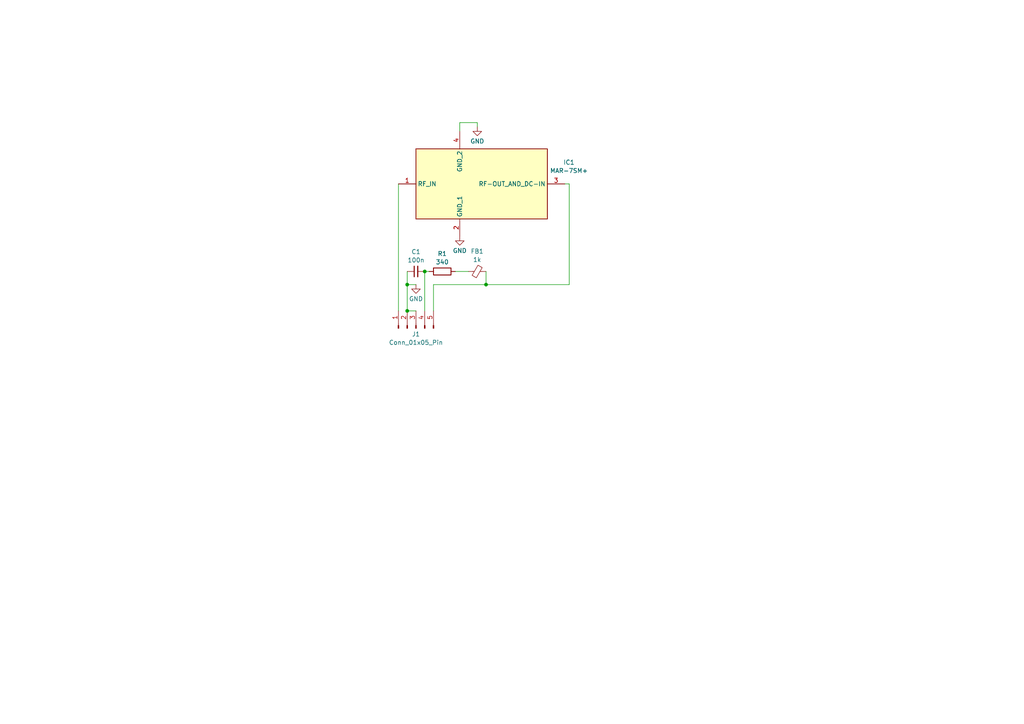
<source format=kicad_sch>
(kicad_sch (version 20250114) (generator "eeschema") (generator_version "9.0")
  (paper "A4")
  (lib_symbols
    (symbol "Connector:Conn_01x05_Pin" (pin_names (offset 1.016) (hide yes))
      (property "Reference" "J" (at 0 7.62 0))
      (property "Value" "Conn_01x05_Pin" (at 0 -7.62 0))
      (symbol "Conn_01x05_Pin_1_1"
        (rectangle (start 0.8636 5.207) (end 0 4.953) (stroke (width 0.1524)) (fill (type outline)))
        (rectangle (start 0.8636 2.667) (end 0 2.413) (stroke (width 0.1524)) (fill (type outline)))
        (rectangle (start 0.8636 0.127) (end 0 -0.127) (stroke (width 0.1524)) (fill (type outline)))
        (rectangle (start 0.8636 -2.413) (end 0 -2.667) (stroke (width 0.1524)) (fill (type outline)))
        (rectangle (start 0.8636 -4.953) (end 0 -5.207) (stroke (width 0.1524)) (fill (type outline)))
        (polyline (pts (xy 1.27 5.08) (xy 0.8636 5.08)) (stroke (width 0.1524)))
        (polyline (pts (xy 1.27 2.54) (xy 0.8636 2.54)) (stroke (width 0.1524)))
        (polyline (pts (xy 1.27 0) (xy 0.8636 0)) (stroke (width 0.1524)))
        (polyline (pts (xy 1.27 -2.54) (xy 0.8636 -2.54)) (stroke (width 0.1524)))
        (polyline (pts (xy 1.27 -5.08) (xy 0.8636 -5.08)) (stroke (width 0.1524)))
        (pin passive line (at 5.08 5.08 180) (length 3.81) (name "Pin_1") (number "1"))
        (pin passive line (at 5.08 2.54 180) (length 3.81) (name "Pin_2") (number "2"))
        (pin passive line (at 5.08 0 180) (length 3.81) (name "Pin_3") (number "3"))
        (pin passive line (at 5.08 -2.54 180) (length 3.81) (name "Pin_4") (number "4"))
        (pin passive line (at 5.08 -5.08 180) (length 3.81) (name "Pin_5") (number "5"))
      )
    )
    (symbol "Device:C_Small" (pin_numbers (hide yes)) (pin_names (offset 0.254) (hide yes))
      (property "Reference" "C" (at 0.254 1.778 0))
      (property "Value" "C_Small" (at 0.254 -2.032 0))
      (symbol "C_Small_0_1"
        (polyline (pts (xy -1.524 0.508) (xy 1.524 0.508)) (stroke (width 0.3048)))
        (polyline (pts (xy -1.524 -0.508) (xy 1.524 -0.508)) (stroke (width 0.3302)))
      )
      (symbol "C_Small_1_1"
        (pin passive line (at 0 2.54 270) (length 2.032) (name "~") (number "1"))
        (pin passive line (at 0 -2.54 90) (length 2.032) (name "~") (number "2"))
      )
    )
    (symbol "Device:FerriteBead_Small" (pin_numbers (hide yes)) (pin_names (offset 0))
      (property "Reference" "FB" (at 1.905 1.27 0))
      (property "Value" "FerriteBead_Small" (at 1.905 -1.27 0))
      (symbol "FerriteBead_Small_0_1"
        (polyline (pts (xy -1.8288 0.2794) (xy -1.1176 1.4986) (xy 1.8288 -0.2032) (xy 1.1176 -1.4224) (xy -1.8288 0.2794)))
        (polyline (pts (xy 0 0.889) (xy 0 1.2954)))
        (polyline (pts (xy 0 -1.27) (xy 0 -0.7874)))
      )
      (symbol "FerriteBead_Small_1_1"
        (pin passive line (at 0 2.54 270) (length 1.27) (name "~") (number "1"))
        (pin passive line (at 0 -2.54 90) (length 1.27) (name "~") (number "2"))
      )
    )
    (symbol "Device:R" (pin_numbers (hide yes)) (pin_names (offset 0))
      (property "Reference" "R" (at 2.032 0 90))
      (property "Value" "R" (at 0 0 90))
      (symbol "R_0_1"
        (rectangle (start -1.016 -2.54) (end 1.016 2.54) (stroke (width 0.254)))
      )
      (symbol "R_1_1"
        (pin passive line (at 0 3.81 270) (length 1.27) (name "~") (number "1"))
        (pin passive line (at 0 -3.81 90) (length 1.27) (name "~") (number "2"))
      )
    )
    (symbol "MAR-7SM+:MAR-7SM+"
      (property "Reference" "IC" (at 26.67 30.48 0))
      (property "Value" "MAR-7SM+" (at 26.67 27.94 0))
      (symbol "MAR-7SM+_1_1"
        (rectangle (start 5.08 25.4) (end 25.4 -12.7) (stroke (width 0.254)) (fill (type background)))
        (pin passive line (at 0 0 0) (length 5.08) (name "GND_2") (number "4"))
        (pin passive line (at 15.24 30.48 270) (length 5.08) (name "RF-OUT_AND_DC-IN") (number "3"))
        (pin passive line (at 15.24 -17.78 90) (length 5.08) (name "RF_IN") (number "1"))
        (pin passive line (at 30.48 0 180) (length 5.08) (name "GND_1") (number "2"))
      )
    )
    (symbol "power:GND" (power) (pin_numbers (hide yes)) (pin_names (offset 0) (hide yes))
      (property "Value" "GND" (at 0 -3.81 0))
      (symbol "GND_0_1"
        (polyline (pts (xy 0 0) (xy 0 -1.27) (xy 1.27 -1.27) (xy 0 -2.54) (xy -1.27 -1.27) (xy 0 -1.27)))
      )
      (symbol "GND_1_1"
        (pin power_in line (at 0 0 270) (length 0) (name "~") (number "1"))
      )
    )
  )
  (junction (at 140.97 82.55))
  (junction (at 123.19 78.74))
  (junction (at 118.11 82.55))
  (junction (at 118.11 90.17))
  (wire (pts (xy 165.1 53.34) (xy 165.1 82.55)))
  (wire (pts (xy 123.19 78.74) (xy 124.46 78.74)))
  (wire (pts (xy 123.19 78.74) (xy 123.19 90.17)))
  (wire (pts (xy 138.43 35.56) (xy 138.43 36.83)))
  (wire (pts (xy 118.11 82.55) (xy 120.65 82.55)))
  (wire (pts (xy 165.1 82.55) (xy 140.97 82.55)))
  (wire (pts (xy 163.83 53.34) (xy 165.1 53.34)))
  (wire (pts (xy 132.08 78.74) (xy 135.89 78.74)))
  (wire (pts (xy 133.35 38.1) (xy 133.35 35.56)))
  (wire (pts (xy 118.11 90.17) (xy 118.11 82.55)))
  (wire (pts (xy 133.35 35.56) (xy 138.43 35.56)))
  (wire (pts (xy 118.11 90.17) (xy 120.65 90.17)))
  (wire (pts (xy 140.97 82.55) (xy 125.73 82.55)))
  (wire (pts (xy 118.11 78.74) (xy 118.11 82.55)))
  (wire (pts (xy 125.73 82.55) (xy 125.73 90.17)))
  (wire (pts (xy 140.97 78.74) (xy 140.97 82.55)))
  (wire (pts (xy 115.57 53.34) (xy 115.57 90.17)))
  (symbol (lib_id "Connector:Conn_01x05_Pin") (at 120.65 95.25 90) (unit 1)
    (property "Reference" "J1" (at 120.65 96.9193 90))
    (property "Value" "Conn_01x05_Pin" (at 120.65 99.3436 90))
    (property "Footprint" "Connector_PinHeader_2.54mm:PinHeader_1x05_P2.54mm_Vertical" (effects (hide yes)))
    (property "Description" "Generic connector, single row, 01x05, script generated" (effects (hide yes)))
  )
  (symbol (lib_id "Device:C_Small") (at 120.65 78.74 90) (unit 1)
    (property "Reference" "C1" (at 120.6563 73.0334 90))
    (property "Value" "100n" (at 120.6563 75.4577 90))
    (property "Footprint" "Capacitor_SMD:C_0805_2012Metric_Pad1.18x1.45mm_HandSolder" (effects (hide yes)))
    (property "Description" "Unpolarized capacitor, small symbol" (effects (hide yes)))
  )
  (symbol (lib_id "power:GND") (at 120.65 82.55 0) (unit 1)
    (property "Reference" "#PWR03" (effects (hide yes)))
    (property "Value" "GND" (at 120.65 86.6831 0))
    (property "Description" "Power symbol creates a global label with name \"GND\" , ground" (effects (hide yes)))
  )
  (symbol (lib_id "MAR-7SM+:MAR-7SM+") (at 133.35 38.1 270) (unit 1)
    (property "Reference" "IC1" (at 165.0358 47.0934 90))
    (property "Value" "MAR-7SM+" (at 165.0358 49.5177 90))
    (property "Footprint" "MAR7SM" (effects (hide yes)))
    (property "Datasheet" "https://www.minicircuits.com/WebStore/dashboard.html?model=MAR-7SM%2B" (effects (hide yes)))
    (property "Description" "SMT Gain Block, DC - 2000 MHz, 50" (effects (hide yes)))
    (property "Manufacturer_Name" "Mini-Circuits" (effects (hide yes)))
    (property "Manufacturer_Part_Number" "MAR-7SM+" (effects (hide yes)))
    (property "Mouser Part Number" "139-MAR-7SM" (effects (hide yes)))
    (property "Mouser Price/Stock" "https://www.mouser.co.uk/ProductDetail/Mini-Circuits/MAR-7SM%2b?qs=xZ%2FP%252Ba9zWqZABjWVKrNpKg%3D%3D" (effects (hide yes)))
  )
  (symbol (lib_id "power:GND") (at 138.43 36.83 0) (unit 1)
    (property "Reference" "#PWR02" (effects (hide yes)))
    (property "Value" "GND" (at 138.43 40.9631 0))
    (property "Description" "Power symbol creates a global label with name \"GND\" , ground" (effects (hide yes)))
  )
  (symbol (lib_id "power:GND") (at 133.35 68.58 0) (unit 1)
    (property "Reference" "#PWR01" (effects (hide yes)))
    (property "Value" "GND" (at 133.35 72.7131 0))
    (property "Description" "Power symbol creates a global label with name \"GND\" , ground" (effects (hide yes)))
  )
  (symbol (lib_id "Device:R") (at 128.27 78.74 90) (unit 1)
    (property "Reference" "R1" (at 128.27 73.5795 90))
    (property "Value" "340" (at 128.27 76.0038 90))
    (property "Footprint" "Resistor_SMD:R_0805_2012Metric_Pad1.20x1.40mm_HandSolder" (effects (hide yes)))
    (property "Description" "Resistor" (effects (hide yes)))
  )
  (symbol (lib_id "Device:FerriteBead_Small") (at 138.43 78.74 90) (unit 1)
    (property "Reference" "FB1" (at 138.3919 72.8937 90))
    (property "Value" "1k" (at 138.3919 75.318 90))
    (property "Footprint" "Inductor_SMD:L_0805_2012Metric_Pad1.15x1.40mm_HandSolder" (effects (hide yes)))
    (property "Description" "Ferrite bead, small symbol" (effects (hide yes)))
  )
)
</source>
